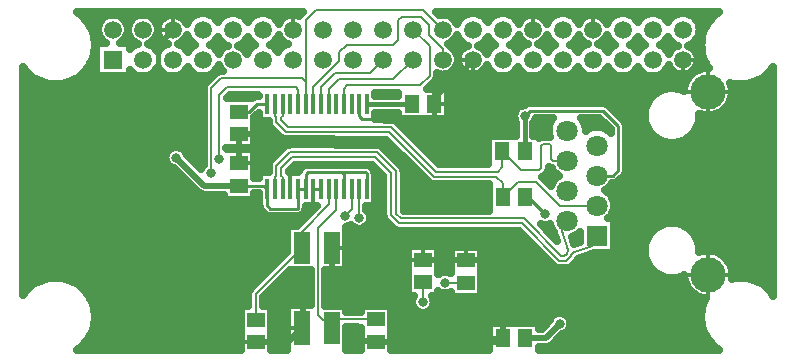
<source format=gtl>
G04 DipTrace 3.0.0.2*
G04 ethernethat.GTL*
%MOMM*%
G04 #@! TF.FileFunction,Copper,L1,Top*
G04 #@! TF.Part,Single*
G04 #@! TA.AperFunction,Conductor*
%ADD10C,0.254*%
%ADD14C,0.508*%
%ADD15C,0.2032*%
%ADD16C,0.381*%
%ADD17C,0.1778*%
G04 #@! TA.AperFunction,CopperBalancing*
%ADD18C,0.635*%
%ADD19C,0.33*%
%ADD20R,1.5X1.3*%
%ADD21R,1.3X1.5*%
G04 #@! TA.AperFunction,ComponentPad*
%ADD22R,1.5X1.5*%
%ADD23C,1.5*%
%ADD24R,1.8X1.8*%
%ADD25C,1.8*%
%ADD26C,3.0*%
%ADD28R,0.4X1.8*%
%ADD32R,1.4X2.7*%
%ADD33R,1.4X2.9*%
G04 #@! TA.AperFunction,ViaPad*
%ADD34C,0.8*%
%FSLAX35Y35*%
G04*
G71*
G90*
G75*
G01*
G04 Top*
%LPD*%
X1606000Y1459667D2*
D10*
X1812313D1*
X1841333Y1430647D1*
X2101333Y1430667D2*
X2166333D1*
X2101333D2*
Y1265667D1*
X1868333D1*
X1840667Y1293333D1*
Y1429980D1*
X1841333Y1430647D1*
X1606000Y1459667D2*
D14*
X1310000D1*
X1072333Y1697333D1*
X2166333Y1430667D2*
D10*
Y1555333D1*
X2184000Y1573000D1*
X2475333D1*
X2492667Y1555667D1*
Y1432000D1*
X2491333Y1430667D1*
X2686333D2*
Y1562000D1*
X2675333Y1573000D1*
X2475333D1*
X2166333Y2150667D2*
D15*
X2170000D1*
Y2866000D1*
X2252667Y2948667D1*
X3161000D1*
X3328333Y2781333D1*
X2166333Y2150667D2*
Y2337667D1*
X2136000Y2368000D1*
X1450333D1*
X1367000Y2284667D1*
Y1570000D1*
X1369333Y1567667D1*
X761333Y1712667D2*
D16*
Y2273000D1*
X917667Y2429333D1*
Y2656667D1*
X1042333Y2781333D1*
X3256667Y2148000D2*
Y2201667D1*
X3582333Y2527333D1*
X2386333Y932667D2*
D14*
Y637000D1*
X2145667D2*
Y266000D1*
X2132333Y252667D1*
X1743333Y134333D2*
X2014000D1*
X2132333Y252667D1*
X2763667Y137000D2*
Y145667D1*
X2592333D1*
X2763667Y137000D2*
X3798667D1*
X3834000Y172333D1*
X3161667Y830000D2*
X3519333D1*
X3523000Y826333D1*
X3756333D1*
X3834333Y748333D1*
Y172667D1*
X3834000Y172333D1*
X2296333Y1430667D2*
D10*
X2231333D1*
X1604667Y1896000D2*
D14*
Y1651000D1*
X1606000Y1649667D1*
X2621333Y2150667D2*
D10*
Y2049333D1*
X2646667Y2024000D1*
X3239333D1*
X3264667Y2049333D1*
Y2140000D1*
X3256667Y2148000D1*
X1604667Y1896000D2*
D14*
X1752000D1*
X1825667Y1822333D1*
X2491333Y2150667D2*
D15*
Y2281667D1*
X2518333Y2308667D1*
X3138667D1*
X3216000Y2386000D1*
Y2639667D1*
X3074333Y2781333D1*
X2621000Y1187667D2*
D17*
Y1430333D1*
X2621333Y1430667D1*
X2556333D2*
Y1258667D1*
X2501667Y1204000D1*
X3066667Y2148000D2*
D16*
X2689000D1*
X2686333Y2150667D1*
X2101333D2*
D15*
Y2274000D1*
X2084000Y2291333D1*
X1502000D1*
X1434667Y2224000D1*
Y1685000D1*
X1604667Y2086000D2*
D10*
X1686333D1*
X1751333Y2151000D1*
X1841000D1*
X1841333Y2150667D1*
X4024000Y172333D2*
D14*
X4198667D1*
X4317000Y290667D1*
X4023333Y2048667D2*
D16*
Y1751667D1*
X4026667Y1361333D2*
D10*
X4048667D1*
X4193667Y1216333D1*
X4634333Y1545697D2*
X4768030D1*
X4813667Y1591333D1*
Y1962333D1*
X4682000Y2094000D1*
X4068667D1*
X4023333Y2048667D1*
X3160000Y474333D2*
D17*
Y638333D1*
X3161667Y640000D1*
X3347333Y639000D2*
X3520333D1*
X3523000Y636333D1*
X2426333Y1430667D2*
Y1258000D1*
X2270000Y1101667D1*
Y369000D1*
X2386333Y252667D1*
X2763667Y327000D2*
X2460667D1*
X2386333Y252667D1*
X2132333Y932667D2*
Y1070333D1*
X2363667Y1301667D1*
Y1428333D1*
X2361333Y1430667D1*
X1743333Y324333D2*
Y543667D1*
X2132333Y932667D1*
X2231333Y2150667D2*
D15*
Y2293000D1*
X2450667Y2512333D1*
Y2590000D1*
X2513333Y2652667D1*
X2910667D1*
X2953000Y2695000D1*
Y2861000D1*
X2981667Y2889667D1*
X3140667D1*
X3209667Y2820667D1*
Y2738333D1*
X3327333Y2620667D1*
Y2528333D1*
X3328333Y2527333D1*
X2296333Y2150667D2*
Y2295667D1*
X2418000Y2417333D1*
X2710333D1*
X2820333Y2527333D1*
X2361333Y2150667D2*
Y2276000D1*
X2445667Y2360333D1*
X2907333D1*
X3074333Y2527333D1*
X3833333Y1751667D2*
Y1615963D1*
X3793777Y1576407D1*
X3779900D1*
X3270927D1*
X2891380Y1955950D1*
X2017433D1*
X1959153Y2014230D1*
Y2038327D1*
X1971333Y2050507D1*
Y2150667D1*
X4380333Y1672697D2*
X4262637D1*
X4247333Y1688000D1*
Y1796667D1*
X4234000Y1810000D1*
X4175000D1*
X4161000Y1796000D1*
Y1608333D1*
X4144333Y1591667D1*
X3993333D1*
X3833333Y1751667D1*
X3836667Y1361333D2*
Y1479000D1*
X3779900Y1535767D1*
X3254093D1*
X2874547Y1915310D1*
X2000600D1*
X1918513Y1997397D1*
Y2038327D1*
X1906333Y2050507D1*
Y2150667D1*
X4634333Y1291697D2*
X4317303D1*
X4117333Y1491667D1*
X3967000D1*
X3836667Y1361333D1*
X1906333Y1430667D2*
Y1530827D1*
X1918513Y1543007D1*
Y1575520D1*
Y1630193D1*
X2032333Y1744000D1*
X2768997D1*
X2931333Y1581667D1*
Y1224143D1*
X2971453Y1184023D1*
X4013573D1*
X4332313Y865280D1*
X4356700D1*
X4376573Y885153D1*
X4389933Y911863D1*
X4335533Y1075117D1*
X4380333Y1164697D1*
X1971333Y1430667D2*
Y1530827D1*
X1959153Y1543007D1*
Y1575520D1*
Y1613357D1*
X2049167Y1703360D1*
X2752163D1*
X2890693Y1564833D1*
Y1207310D1*
X2954620Y1143383D1*
X3996740D1*
X4315480Y824640D1*
X4373533D1*
X4409973Y861080D1*
X4426280Y893683D1*
X4589533Y948087D1*
X4634333Y1037667D1*
D34*
X1072333Y1697333D3*
X1369333Y1567667D3*
X761333Y1712667D3*
X2386333Y637000D3*
X2145667D3*
X2592333Y145667D3*
X2386333Y637000D3*
X1825667Y1822333D3*
X2621000Y1187667D3*
X2501667Y1204000D3*
X1434667Y1685000D3*
X4317000Y290667D3*
D3*
X4023333Y2048667D3*
X4193667Y1216333D3*
X4023333Y2048667D3*
X3160000Y474333D3*
X3347333Y639000D3*
X308487Y2865083D2*
D18*
X432460D1*
X636280D2*
X686460D1*
X890280D2*
X940460D1*
X1144280D2*
X1174963D1*
X1925753D2*
X1956460D1*
X3430280D2*
X3460963D1*
X3957753D2*
X3988460D1*
X4192280D2*
X4222963D1*
X4465753D2*
X4496460D1*
X4700280D2*
X4730963D1*
X5481753D2*
X5591213D1*
X351027Y2801917D2*
X402570D1*
X5507423D2*
X5548673D1*
X375830Y2738750D2*
X408277D1*
X5502463D2*
X5523917D1*
X387117Y2675583D2*
X457513D1*
X611103D2*
X711513D1*
X865103D2*
X965513D1*
X1119103D2*
X1194833D1*
X1397907D2*
X1448833D1*
X1651907D2*
X1702833D1*
X1905907D2*
X1981513D1*
X3405103D2*
X3480833D1*
X3683907D2*
X3734833D1*
X3937907D2*
X4013513D1*
X4167103D2*
X4242833D1*
X4445907D2*
X4521513D1*
X4675103D2*
X4750833D1*
X4953907D2*
X5004833D1*
X5207907D2*
X5258833D1*
X5461907D2*
X5512583D1*
X1416760Y2612417D2*
X1449577D1*
X1651040D2*
X1683980D1*
X3429040D2*
X3481577D1*
X3683040D2*
X3715980D1*
X5226760D2*
X5259577D1*
X5461040D2*
X5513577D1*
X5491797Y2549250D2*
X5526970D1*
X345197Y2486083D2*
X385703D1*
X5486837D2*
X5554503D1*
X-221837Y2422917D2*
X-199720D1*
X298937D2*
X385703D1*
X891397D2*
X939310D1*
X1145397D2*
X1193310D1*
X3407087D2*
X3503530D1*
X3661087D2*
X3733343D1*
X3939397D2*
X3987310D1*
X4193397D2*
X4241310D1*
X4447397D2*
X4495310D1*
X4701397D2*
X4749310D1*
X4955397D2*
X5003310D1*
X5209397D2*
X5281530D1*
X6099263D2*
X6121947D1*
X-221837Y2359750D2*
X-119197D1*
X218570D2*
X1347753D1*
X3278723D2*
X5394143D1*
X6018897D2*
X6121910D1*
X-221837Y2296583D2*
X1299633D1*
X3220930D2*
X5369957D1*
X5778787D2*
X6121910D1*
X-221837Y2233417D2*
X1298393D1*
X2764770D2*
X2943190D1*
X3380050D2*
X5116207D1*
X5781393D2*
X6121910D1*
X-221837Y2170250D2*
X1298393D1*
X3380050D2*
X5062253D1*
X5763287D2*
X6121910D1*
X-221837Y2107083D2*
X1298393D1*
X3380050D2*
X3945797D1*
X4766757D2*
X5037077D1*
X5716527D2*
X6121910D1*
X-221837Y2043917D2*
X1298393D1*
X1742197D2*
X1762897D1*
X2764770D2*
X2943190D1*
X3380050D2*
X3925083D1*
X4830010D2*
X5031127D1*
X5507550D2*
X6121910D1*
X-221837Y1980750D2*
X1298393D1*
X1738103D2*
X1849553D1*
X2964447D2*
X3945920D1*
X4100750D2*
X4226337D1*
X4534337D2*
X4697377D1*
X4882100D2*
X5042660D1*
X5496013D2*
X6121910D1*
X-221837Y1917583D2*
X1298393D1*
X1738103D2*
X1900400D1*
X3027700D2*
X3945920D1*
X4100750D2*
X4216910D1*
X4884703D2*
X5075030D1*
X5463643D2*
X6121910D1*
X-221837Y1854417D2*
X1298393D1*
X1738103D2*
X1972337D1*
X3090827D2*
X3707423D1*
X4884703D2*
X5143987D1*
X5394687D2*
X6121910D1*
X-221837Y1791250D2*
X1298393D1*
X1738103D2*
X1981760D1*
X2819590D2*
X2900650D1*
X3153957D2*
X3707423D1*
X4884703D2*
X6121910D1*
X-221837Y1728083D2*
X979157D1*
X1165487D2*
X1298393D1*
X1739470D2*
X1918510D1*
X2882840D2*
X2963903D1*
X3217207D2*
X3707423D1*
X4884703D2*
X6121910D1*
X-221837Y1664917D2*
X979777D1*
X1220553D2*
X1298393D1*
X1739470D2*
X1857490D1*
X2945970D2*
X3027030D1*
X3280337D2*
X3707423D1*
X4884703D2*
X6121910D1*
X-221837Y1601750D2*
X1052080D1*
X1739470D2*
X1847443D1*
X2045433D2*
X2114837D1*
X2999173D2*
X3090157D1*
X4884703D2*
X6121910D1*
X-221837Y1538583D2*
X1115210D1*
X1739470D2*
X1762840D1*
X2764770D2*
X2819043D1*
X3002400D2*
X3153410D1*
X4187690D2*
X4297773D1*
X4858783D2*
X6121910D1*
X-221837Y1475417D2*
X1178337D1*
X2764770D2*
X2819663D1*
X3002400D2*
X3224350D1*
X4764153D2*
X6121910D1*
X-221837Y1412250D2*
X1241590D1*
X2764770D2*
X2819663D1*
X3002400D2*
X3710647D1*
X4720497D2*
X6121910D1*
X-221837Y1349083D2*
X1472520D1*
X1739470D2*
X1762840D1*
X2764770D2*
X2819663D1*
X3002400D2*
X3710647D1*
X4773453D2*
X6121910D1*
X-221837Y1285917D2*
X1770053D1*
X2172433D2*
X2255357D1*
X2688247D2*
X2819663D1*
X3002400D2*
X3710647D1*
X4785237D2*
X6121910D1*
X-221837Y1222750D2*
X1813337D1*
X2156187D2*
X2192230D1*
X2712433D2*
X2819663D1*
X4767750D2*
X6121910D1*
X-221837Y1159583D2*
X2129100D1*
X2715037D2*
X2840500D1*
X4785237D2*
X6121910D1*
X-221837Y1096417D2*
X2003960D1*
X2514740D2*
X2602373D1*
X2639680D2*
X2903750D1*
X4199100D2*
X4246553D1*
X4785237D2*
X5123893D1*
X5414780D2*
X6121910D1*
X-221837Y1033250D2*
X2003960D1*
X2514740D2*
X4008923D1*
X4447023D2*
X4483470D1*
X4785237D2*
X5065977D1*
X5472697D2*
X6121910D1*
X-221837Y970083D2*
X2003960D1*
X2514740D2*
X4072177D1*
X4785237D2*
X5038690D1*
X5499983D2*
X6121910D1*
X-221837Y906917D2*
X2003960D1*
X2514740D2*
X3028270D1*
X3295093D2*
X3389550D1*
X3656373D2*
X4135303D1*
X4785237D2*
X5030877D1*
X5507797D2*
X5534273D1*
X5614333D2*
X6121910D1*
X-221837Y843750D2*
X1950880D1*
X2514740D2*
X3028270D1*
X3295093D2*
X3389550D1*
X3656373D2*
X4198433D1*
X4487580D2*
X5040800D1*
X5730047D2*
X6121910D1*
X-221837Y780583D2*
X1887750D1*
X2514740D2*
X3028270D1*
X3295093D2*
X3389550D1*
X3656373D2*
X4261683D1*
X4427430D2*
X5070813D1*
X5769113D2*
X6121910D1*
X-221837Y717417D2*
X1824623D1*
X2009593D2*
X2202770D1*
X2337260D2*
X3028270D1*
X3656373D2*
X5134437D1*
X5782510D2*
X6121910D1*
X-221837Y654250D2*
X-87447D1*
X186820D2*
X1761370D1*
X1946463D2*
X2202770D1*
X2337260D2*
X3028270D1*
X3656373D2*
X5373057D1*
X5986030D2*
X6121910D1*
X-221837Y591083D2*
X-184110D1*
X283310D2*
X1698243D1*
X1883213D2*
X2202770D1*
X2337260D2*
X3028270D1*
X3656373D2*
X5402947D1*
X6083017D2*
X6121910D1*
X335770Y527917D2*
X1676043D1*
X1820083D2*
X2202770D1*
X2337260D2*
X3028270D1*
X3295093D2*
X3389550D1*
X3656373D2*
X5475627D1*
X367273Y464750D2*
X1676043D1*
X1810657D2*
X2202770D1*
X2337260D2*
X3062130D1*
X3257887D2*
X5532180D1*
X383893Y401583D2*
X1609940D1*
X1876763D2*
X2003960D1*
X2514740D2*
X2630280D1*
X2897103D2*
X3097227D1*
X3222790D2*
X5515437D1*
X387987Y338417D2*
X1609940D1*
X1876763D2*
X2003960D1*
X2897103D2*
X4231917D1*
X4402127D2*
X5511343D1*
X379800Y275250D2*
X1609940D1*
X1876763D2*
X2003960D1*
X2897103D2*
X3710523D1*
X4147383D2*
X4185780D1*
X4414157D2*
X5519407D1*
X358593Y212083D2*
X1609940D1*
X1876763D2*
X2003960D1*
X2514740D2*
X2630280D1*
X2897103D2*
X3710523D1*
X4371370D2*
X5540613D1*
X321013Y148917D2*
X1609940D1*
X1876763D2*
X2003960D1*
X2514740D2*
X2630280D1*
X2897103D2*
X3710523D1*
X4291127D2*
X5578070D1*
X258503Y85750D2*
X1609940D1*
X1876763D2*
X2003960D1*
X2514740D2*
X2630280D1*
X2897103D2*
X3710523D1*
X4147383D2*
X5640453D1*
X2758403Y2246477D2*
Y2219190D1*
X2949573Y2219120D1*
X2949597Y2246527D1*
X2758287Y2246437D1*
X2758403Y2076813D2*
Y2020723D1*
X2901513Y2019923D1*
X2916167Y2015790D1*
X2929450Y2008350D1*
X2937180Y2001750D1*
X3297743Y1641190D1*
X3713813Y1641177D1*
X3713723Y1881277D1*
X3952213D1*
Y1990163D1*
X3941300Y2006867D1*
X3935770Y2020217D1*
X3932397Y2034263D1*
X3931263Y2048667D1*
X3932397Y2063070D1*
X3935770Y2077117D1*
X3941300Y2090467D1*
X3948847Y2102783D1*
X3958230Y2113770D1*
X3969217Y2123153D1*
X3981533Y2130700D1*
X3994883Y2136230D1*
X4008930Y2139603D1*
X4023870Y2140717D1*
X4034823Y2149227D1*
X4048650Y2155600D1*
X4063583Y2158570D1*
X4682000Y2158770D1*
X4697120Y2156980D1*
X4711407Y2151710D1*
X4724063Y2143250D1*
X4862917Y2004397D1*
X4871377Y1991740D1*
X4876647Y1977453D1*
X4878403Y1961480D1*
X4878237Y1586250D1*
X4875267Y1571317D1*
X4868893Y1557490D1*
X4858840Y1544953D1*
X4806100Y1493297D1*
X4792817Y1485857D1*
X4778163Y1481723D1*
X4760713Y1480927D1*
X4749270Y1462190D1*
X4734793Y1445237D1*
X4717840Y1430760D1*
X4700693Y1420153D1*
X4719333Y1408690D1*
X4736587Y1393950D1*
X4751327Y1376697D1*
X4763183Y1357347D1*
X4771867Y1336383D1*
X4777163Y1314320D1*
X4778943Y1291697D1*
X4777163Y1269073D1*
X4771867Y1247010D1*
X4763183Y1226047D1*
X4751327Y1206697D1*
X4736587Y1189443D1*
X4728803Y1182247D1*
X4778943Y1182277D1*
Y893057D1*
X4623543D1*
X4610007Y886637D1*
X4472227Y840723D1*
X4462657Y823400D1*
X4455773Y815280D1*
X4411603Y772240D1*
X4398320Y764800D1*
X4383667Y760667D1*
X4373533Y759870D1*
X4305347Y760667D1*
X4290693Y764800D1*
X4277410Y772240D1*
X4269680Y778840D1*
X3969843Y1078680D1*
X2949537Y1078813D1*
X2934603Y1081783D1*
X2920777Y1088157D1*
X2908240Y1098210D1*
X2841443Y1165247D1*
X2832983Y1177903D1*
X2827713Y1192190D1*
X2825957Y1208163D1*
X2825923Y1538080D1*
X2725360Y1638563D1*
X2075863Y1638590D1*
X2023837Y1586440D1*
X2023913Y1575260D1*
X2045943Y1575277D1*
Y1572670D1*
X2103980Y1572737D1*
X2108623Y1584737D1*
X2117083Y1597397D1*
X2141937Y1622250D1*
X2154597Y1630710D1*
X2168880Y1635980D1*
X2184853Y1637737D1*
X2680417Y1637570D1*
X2695350Y1634600D1*
X2709177Y1628227D1*
X2721713Y1618173D1*
X2738733Y1600070D1*
X2746173Y1586787D1*
X2749527Y1576050D1*
X2758403Y1572737D1*
Y1288597D1*
X2681870D1*
X2681960Y1256577D1*
X2695487Y1241783D1*
X2703033Y1229467D1*
X2708563Y1216117D1*
X2711937Y1202070D1*
X2713070Y1187667D1*
X2711937Y1173263D1*
X2708563Y1159217D1*
X2703033Y1145867D1*
X2695487Y1133550D1*
X2686103Y1122563D1*
X2675117Y1113180D1*
X2662800Y1105633D1*
X2649450Y1100103D1*
X2635403Y1096730D1*
X2621000Y1095597D1*
X2606597Y1096730D1*
X2592550Y1100103D1*
X2579200Y1105633D1*
X2566883Y1113180D1*
X2551930Y1126857D1*
X2536900Y1118940D1*
X2523160Y1114473D1*
X2508410Y1112193D1*
X2508403Y745597D1*
X2330927D1*
X2330960Y439753D1*
X2508403Y439737D1*
Y388020D1*
X2636657Y387960D1*
X2636597Y444070D1*
X2890737D1*
Y71730D1*
X3716997Y71750D1*
X3716930Y299403D1*
X4141070D1*
Y249670D1*
X4166503Y249803D1*
X4227113Y310337D1*
X4231940Y325900D1*
X4238497Y338773D1*
X4246990Y350460D1*
X4257207Y360677D1*
X4268893Y369170D1*
X4281767Y375727D1*
X4295507Y380193D1*
X4309777Y382453D1*
X4324223D1*
X4338493Y380193D1*
X4352233Y375727D1*
X4365107Y369170D1*
X4376793Y360677D1*
X4387010Y350460D1*
X4395503Y338773D1*
X4402060Y325900D1*
X4406527Y312160D1*
X4408787Y297890D1*
Y283443D1*
X4406527Y269173D1*
X4402060Y255433D1*
X4395503Y242560D1*
X4387010Y230873D1*
X4376793Y220657D1*
X4365107Y212163D1*
X4352233Y205607D1*
X4336637Y200770D1*
X4248980Y113423D1*
X4233837Y103307D1*
X4216753Y97003D1*
X4198667Y94863D1*
X4197837Y94897D1*
X4140997Y94863D1*
X4141070Y71820D1*
X5666397Y71750D1*
X5633997Y96150D1*
X5614847Y113847D1*
X5597150Y132997D1*
X5581007Y153473D1*
X5566520Y175153D1*
X5553777Y197903D1*
X5542863Y221583D1*
X5533837Y246047D1*
X5526760Y271143D1*
X5521673Y296717D1*
X5518607Y322613D1*
X5517583Y348667D1*
X5518607Y374720D1*
X5521673Y400617D1*
X5526760Y426190D1*
X5533837Y451287D1*
X5542863Y475750D1*
X5557610Y506273D1*
X5530153Y510487D1*
X5505783Y517580D1*
X5482493Y527673D1*
X5460650Y540607D1*
X5440603Y556177D1*
X5422667Y574140D1*
X5407123Y594207D1*
X5394220Y616063D1*
X5384157Y639367D1*
X5377093Y663750D1*
X5373143Y688823D1*
X5372340Y702710D1*
X5341050Y689943D1*
X5305640Y681440D1*
X5269333Y678583D1*
X5233027Y681440D1*
X5197617Y689943D1*
X5163970Y703880D1*
X5132917Y722907D1*
X5105227Y746560D1*
X5081573Y774250D1*
X5062547Y805303D1*
X5048610Y838950D1*
X5040107Y874360D1*
X5037250Y910667D1*
X5040107Y946973D1*
X5048610Y982383D1*
X5062547Y1016030D1*
X5081573Y1047083D1*
X5105227Y1074773D1*
X5132917Y1098427D1*
X5163970Y1117453D1*
X5197617Y1131390D1*
X5233027Y1139893D1*
X5269333Y1142750D1*
X5305640Y1139893D1*
X5341050Y1131390D1*
X5374697Y1117453D1*
X5405750Y1098427D1*
X5433440Y1074773D1*
X5457093Y1047083D1*
X5476120Y1016030D1*
X5490057Y982383D1*
X5498560Y946973D1*
X5501417Y910667D1*
X5500837Y895943D1*
X5524327Y903450D1*
X5549267Y908177D1*
X5574600Y909737D1*
X5599933Y908110D1*
X5624860Y903317D1*
X5648990Y895440D1*
X5671940Y884600D1*
X5693353Y870967D1*
X5712887Y854757D1*
X5730233Y836227D1*
X5745120Y815667D1*
X5757313Y793403D1*
X5766617Y769787D1*
X5772890Y745190D1*
X5776027Y720003D1*
X5776003Y694977D1*
X5773177Y671820D1*
X5797717Y676660D1*
X5823613Y679727D1*
X5849667Y680750D1*
X5875720Y679727D1*
X5901617Y676660D1*
X5927190Y671573D1*
X5952287Y664497D1*
X5976750Y655470D1*
X6000430Y644557D1*
X6023180Y631813D1*
X6044860Y617327D1*
X6065337Y601183D1*
X6084487Y583487D1*
X6102183Y564337D1*
X6118327Y543860D1*
X6128230Y529040D1*
X6128250Y2468193D1*
X6102517Y2433663D1*
X6084820Y2414513D1*
X6065670Y2396817D1*
X6045193Y2380673D1*
X6023513Y2366187D1*
X6000763Y2353443D1*
X5977083Y2342530D1*
X5952620Y2333503D1*
X5927523Y2326427D1*
X5901950Y2321340D1*
X5876053Y2318273D1*
X5850000Y2317250D1*
X5823947Y2318273D1*
X5798050Y2321340D1*
X5762967Y2329107D1*
X5770140Y2306587D1*
X5774853Y2281647D1*
X5776403Y2256667D1*
X5774810Y2231333D1*
X5770050Y2206400D1*
X5762207Y2182260D1*
X5751393Y2159293D1*
X5737790Y2137863D1*
X5721607Y2118310D1*
X5703100Y2100937D1*
X5682560Y2086023D1*
X5660313Y2073800D1*
X5636710Y2064463D1*
X5612120Y2058160D1*
X5586937Y2054990D1*
X5561553Y2055000D1*
X5536370Y2058193D1*
X5511790Y2064520D1*
X5500933Y2068413D1*
X5500700Y2035457D1*
X5495003Y1999487D1*
X5483750Y1964853D1*
X5467217Y1932403D1*
X5445810Y1902940D1*
X5420060Y1877190D1*
X5390597Y1855783D1*
X5358147Y1839250D1*
X5323513Y1827997D1*
X5287543Y1822300D1*
X5251123D1*
X5215153Y1827997D1*
X5180520Y1839250D1*
X5148070Y1855783D1*
X5118607Y1877190D1*
X5092857Y1902940D1*
X5071450Y1932403D1*
X5054917Y1964853D1*
X5043663Y1999487D1*
X5037967Y2035457D1*
Y2071877D1*
X5043663Y2107847D1*
X5054917Y2142480D1*
X5071450Y2174930D1*
X5092857Y2204393D1*
X5118607Y2230143D1*
X5148070Y2251550D1*
X5180520Y2268083D1*
X5215153Y2279337D1*
X5251123Y2285033D1*
X5287543D1*
X5323513Y2279337D1*
X5358147Y2268083D1*
X5372307Y2261557D1*
X5374780Y2288463D1*
X5380340Y2313230D1*
X5388963Y2337103D1*
X5400510Y2359707D1*
X5414800Y2380687D1*
X5431607Y2399710D1*
X5450667Y2416473D1*
X5471677Y2430717D1*
X5494307Y2442213D1*
X5518200Y2450783D1*
X5542977Y2456290D1*
X5568253Y2458647D1*
X5578097Y2458677D1*
X5566853Y2475820D1*
X5554110Y2498570D1*
X5543197Y2522250D1*
X5534170Y2546713D1*
X5527093Y2571810D1*
X5522007Y2597383D1*
X5518940Y2623280D1*
X5517917Y2649333D1*
X5518940Y2675387D1*
X5522007Y2701283D1*
X5527093Y2726857D1*
X5534170Y2751953D1*
X5543197Y2776417D1*
X5554110Y2800097D1*
X5566853Y2822847D1*
X5581340Y2844527D1*
X5597483Y2865003D1*
X5615180Y2884153D1*
X5634330Y2901850D1*
X5654807Y2917993D1*
X5670137Y2928237D1*
X3269450Y2928247D1*
X3294017Y2903657D1*
X3308457Y2906840D1*
X3328333Y2908403D1*
X3348210Y2906840D1*
X3367600Y2902183D1*
X3386023Y2894553D1*
X3403023Y2884137D1*
X3418187Y2871187D1*
X3431137Y2856023D1*
X3441553Y2839023D1*
X3447227Y2825903D1*
X3455553Y2845930D1*
X3467217Y2864970D1*
X3481720Y2881947D1*
X3498697Y2896450D1*
X3517737Y2908113D1*
X3538363Y2916660D1*
X3560073Y2921870D1*
X3582333Y2923623D1*
X3604593Y2921870D1*
X3626303Y2916660D1*
X3646930Y2908113D1*
X3665970Y2896450D1*
X3682947Y2881947D1*
X3697450Y2864970D1*
X3709317Y2845497D1*
X3721217Y2864970D1*
X3735720Y2881947D1*
X3752697Y2896450D1*
X3771737Y2908113D1*
X3792363Y2916660D1*
X3814073Y2921870D1*
X3836333Y2923623D1*
X3858593Y2921870D1*
X3880303Y2916660D1*
X3900930Y2908113D1*
X3919970Y2896450D1*
X3936947Y2881947D1*
X3951450Y2864970D1*
X3963113Y2845930D1*
X3971403Y2826000D1*
X3979210Y2842967D1*
X3989663Y2858870D1*
X4002373Y2873037D1*
X4017057Y2885147D1*
X4033383Y2894927D1*
X4050987Y2902160D1*
X4069473Y2906680D1*
X4088430Y2908390D1*
X4107427Y2907247D1*
X4126043Y2903283D1*
X4143857Y2896580D1*
X4160470Y2887293D1*
X4175507Y2875630D1*
X4188637Y2861853D1*
X4199560Y2846267D1*
X4209253Y2826000D1*
X4217553Y2845930D1*
X4229217Y2864970D1*
X4243720Y2881947D1*
X4260697Y2896450D1*
X4279737Y2908113D1*
X4300363Y2916660D1*
X4322073Y2921870D1*
X4344333Y2923623D1*
X4366593Y2921870D1*
X4388303Y2916660D1*
X4408930Y2908113D1*
X4427970Y2896450D1*
X4444947Y2881947D1*
X4459450Y2864970D1*
X4471113Y2845930D1*
X4479403Y2826000D1*
X4487210Y2842967D1*
X4497663Y2858870D1*
X4510373Y2873037D1*
X4525057Y2885147D1*
X4541383Y2894927D1*
X4558987Y2902160D1*
X4577473Y2906680D1*
X4596430Y2908390D1*
X4615427Y2907247D1*
X4634043Y2903283D1*
X4651857Y2896580D1*
X4668470Y2887293D1*
X4683507Y2875630D1*
X4696637Y2861853D1*
X4707560Y2846267D1*
X4717253Y2826000D1*
X4725553Y2845930D1*
X4737217Y2864970D1*
X4751720Y2881947D1*
X4768697Y2896450D1*
X4787737Y2908113D1*
X4808363Y2916660D1*
X4830073Y2921870D1*
X4852333Y2923623D1*
X4874593Y2921870D1*
X4896303Y2916660D1*
X4916930Y2908113D1*
X4935970Y2896450D1*
X4952947Y2881947D1*
X4967450Y2864970D1*
X4979317Y2845497D1*
X4991217Y2864970D1*
X5005720Y2881947D1*
X5022697Y2896450D1*
X5041737Y2908113D1*
X5062363Y2916660D1*
X5084073Y2921870D1*
X5106333Y2923623D1*
X5128593Y2921870D1*
X5150303Y2916660D1*
X5170930Y2908113D1*
X5189970Y2896450D1*
X5206947Y2881947D1*
X5221450Y2864970D1*
X5233317Y2845497D1*
X5245217Y2864970D1*
X5259720Y2881947D1*
X5276697Y2896450D1*
X5295737Y2908113D1*
X5316363Y2916660D1*
X5338073Y2921870D1*
X5360333Y2923623D1*
X5382593Y2921870D1*
X5404303Y2916660D1*
X5424930Y2908113D1*
X5443970Y2896450D1*
X5460947Y2881947D1*
X5475450Y2864970D1*
X5487113Y2845930D1*
X5495660Y2825303D1*
X5500870Y2803593D1*
X5502623Y2781333D1*
X5500870Y2759073D1*
X5495660Y2737363D1*
X5487113Y2716737D1*
X5475450Y2697697D1*
X5460947Y2680720D1*
X5443970Y2666217D1*
X5424930Y2654553D1*
X5405000Y2646263D1*
X5425087Y2636667D1*
X5440690Y2625767D1*
X5454493Y2612663D1*
X5466180Y2597640D1*
X5475493Y2581043D1*
X5482223Y2563243D1*
X5486220Y2544633D1*
X5487403Y2527333D1*
X5485977Y2508353D1*
X5481733Y2489800D1*
X5474767Y2472090D1*
X5465233Y2455620D1*
X5453343Y2440757D1*
X5439370Y2427837D1*
X5423623Y2417147D1*
X5406457Y2408930D1*
X5388253Y2403370D1*
X5369427Y2400590D1*
X5350393Y2400653D1*
X5331587Y2403557D1*
X5313420Y2409240D1*
X5296310Y2417570D1*
X5280633Y2428363D1*
X5266747Y2441380D1*
X5254957Y2456320D1*
X5245533Y2472857D1*
X5241430Y2482613D1*
X5233113Y2462737D1*
X5221450Y2443697D1*
X5206947Y2426720D1*
X5189970Y2412217D1*
X5170930Y2400553D1*
X5150303Y2392007D1*
X5128593Y2386797D1*
X5106333Y2385043D1*
X5084073Y2386797D1*
X5062363Y2392007D1*
X5041737Y2400553D1*
X5022697Y2412217D1*
X5005720Y2426720D1*
X4991217Y2443697D1*
X4979350Y2463170D1*
X4967450Y2443697D1*
X4952947Y2426720D1*
X4935970Y2412217D1*
X4916930Y2400553D1*
X4896303Y2392007D1*
X4874593Y2386797D1*
X4852333Y2385043D1*
X4830073Y2386797D1*
X4808363Y2392007D1*
X4787737Y2400553D1*
X4768697Y2412217D1*
X4751720Y2426720D1*
X4737217Y2443697D1*
X4725350Y2463170D1*
X4713450Y2443697D1*
X4698947Y2426720D1*
X4681970Y2412217D1*
X4662930Y2400553D1*
X4642303Y2392007D1*
X4620593Y2386797D1*
X4598333Y2385043D1*
X4576073Y2386797D1*
X4554363Y2392007D1*
X4533737Y2400553D1*
X4514697Y2412217D1*
X4497720Y2426720D1*
X4483217Y2443697D1*
X4471350Y2463170D1*
X4459450Y2443697D1*
X4444947Y2426720D1*
X4427970Y2412217D1*
X4408930Y2400553D1*
X4388303Y2392007D1*
X4366593Y2386797D1*
X4344333Y2385043D1*
X4322073Y2386797D1*
X4300363Y2392007D1*
X4279737Y2400553D1*
X4260697Y2412217D1*
X4243720Y2426720D1*
X4229217Y2443697D1*
X4217350Y2463170D1*
X4205450Y2443697D1*
X4190947Y2426720D1*
X4173970Y2412217D1*
X4154930Y2400553D1*
X4134303Y2392007D1*
X4112593Y2386797D1*
X4090333Y2385043D1*
X4068073Y2386797D1*
X4046363Y2392007D1*
X4025737Y2400553D1*
X4006697Y2412217D1*
X3989720Y2426720D1*
X3975217Y2443697D1*
X3963350Y2463170D1*
X3951450Y2443697D1*
X3936947Y2426720D1*
X3919970Y2412217D1*
X3900930Y2400553D1*
X3880303Y2392007D1*
X3858593Y2386797D1*
X3836333Y2385043D1*
X3814073Y2386797D1*
X3792363Y2392007D1*
X3771737Y2400553D1*
X3752697Y2412217D1*
X3735720Y2426720D1*
X3721217Y2443697D1*
X3709553Y2462737D1*
X3701263Y2482667D1*
X3693863Y2466443D1*
X3683520Y2450470D1*
X3670903Y2436217D1*
X3656303Y2424010D1*
X3640040Y2414123D1*
X3622483Y2406773D1*
X3604027Y2402130D1*
X3585083Y2400293D1*
X3566080Y2401307D1*
X3547440Y2405150D1*
X3529580Y2411730D1*
X3512907Y2420907D1*
X3497790Y2432470D1*
X3484570Y2446160D1*
X3473543Y2461673D1*
X3464957Y2478657D1*
X3459003Y2496733D1*
X3455817Y2515497D1*
X3455350Y2523643D1*
X3453840Y2507457D1*
X3449183Y2488067D1*
X3441553Y2469643D1*
X3431137Y2452643D1*
X3418187Y2437480D1*
X3403023Y2424530D1*
X3386023Y2414113D1*
X3367600Y2406483D1*
X3348210Y2401827D1*
X3328333Y2400263D1*
X3308457Y2401827D1*
X3289067Y2406483D1*
X3278183Y2410637D1*
X3277463Y2376267D1*
X3273493Y2362187D1*
X3266347Y2349423D1*
X3237553Y2319547D1*
X3193090Y2275083D1*
X3373737Y2275070D1*
Y2020930D1*
X2949597D1*
Y2076863D1*
X2758470Y2076880D1*
X1853857Y2006057D2*
X1831723D1*
Y2008660D1*
X1769263Y2008597D1*
Y2077430D1*
X1731740Y2039837D1*
X1731737Y1778930D1*
X1496860D1*
X1497980Y1766737D1*
X1733070D1*
Y1524523D1*
X1769340Y1524437D1*
X1769263Y1572717D1*
X1831647D1*
X1831723Y1575277D1*
X1853743Y1575520D1*
X1854540Y1640323D1*
X1858673Y1654977D1*
X1866113Y1668263D1*
X1872717Y1675993D1*
X1994267Y1796403D1*
X2007550Y1803840D1*
X2022207Y1807973D1*
X2032333Y1808770D1*
X2779127Y1807973D1*
X2793783Y1803840D1*
X2807067Y1796400D1*
X2814793Y1789800D1*
X2983733Y1619740D1*
X2991173Y1606453D1*
X2995307Y1591800D1*
X2996103Y1581667D1*
Y1250897D1*
X3003203Y1248793D1*
X3716960D1*
X3717057Y1470963D1*
X3249010Y1471197D1*
X3234077Y1474167D1*
X3220250Y1480540D1*
X3207713Y1490593D1*
X2847733Y1850527D1*
X1995517Y1850740D1*
X1980583Y1853710D1*
X1966757Y1860083D1*
X1954220Y1870137D1*
X1869260Y1955330D1*
X1860803Y1967990D1*
X1855533Y1982277D1*
X1853777Y1998250D1*
X1853743Y2006030D1*
X1776160Y1288577D2*
X1769263D1*
Y1394863D1*
X1733063Y1394897D1*
X1733070Y1342597D1*
X1478930D1*
Y1382160D1*
X1303923Y1382437D1*
X1286060Y1385987D1*
X1269523Y1393613D1*
X1255220Y1404887D1*
X1254657Y1405497D1*
X1052727Y1607380D1*
X1037100Y1612273D1*
X1024227Y1618830D1*
X1012540Y1627323D1*
X1002323Y1637540D1*
X993830Y1649227D1*
X987273Y1662100D1*
X982807Y1675840D1*
X980547Y1690110D1*
Y1704557D1*
X982807Y1718827D1*
X987273Y1732567D1*
X993830Y1745440D1*
X1002323Y1757127D1*
X1012540Y1767343D1*
X1024227Y1775837D1*
X1037100Y1782393D1*
X1050840Y1786860D1*
X1065110Y1789120D1*
X1079557D1*
X1093827Y1786860D1*
X1107567Y1782393D1*
X1120440Y1775837D1*
X1132127Y1767343D1*
X1142343Y1757127D1*
X1150837Y1745440D1*
X1157393Y1732567D1*
X1162230Y1716970D1*
X1282073Y1597150D1*
X1290830Y1615773D1*
X1299323Y1627460D1*
X1304770Y1633500D1*
X1305537Y2294400D1*
X1309507Y2308480D1*
X1316653Y2321243D1*
X1322997Y2328670D1*
X1413757Y2418347D1*
X1426520Y2425493D1*
X1440600Y2429463D1*
X1450333Y2430230D1*
X1468317D1*
X1452570Y2446160D1*
X1441543Y2461673D1*
X1432957Y2478657D1*
X1431430Y2482613D1*
X1423113Y2462737D1*
X1411450Y2443697D1*
X1396947Y2426720D1*
X1379970Y2412217D1*
X1360930Y2400553D1*
X1340303Y2392007D1*
X1318593Y2386797D1*
X1296333Y2385043D1*
X1274073Y2386797D1*
X1252363Y2392007D1*
X1231737Y2400553D1*
X1212697Y2412217D1*
X1195720Y2426720D1*
X1181217Y2443697D1*
X1169350Y2463170D1*
X1157450Y2443697D1*
X1142947Y2426720D1*
X1125970Y2412217D1*
X1106930Y2400553D1*
X1086303Y2392007D1*
X1064593Y2386797D1*
X1042333Y2385043D1*
X1020073Y2386797D1*
X998363Y2392007D1*
X977737Y2400553D1*
X958697Y2412217D1*
X941720Y2426720D1*
X927217Y2443697D1*
X915350Y2463170D1*
X903450Y2443697D1*
X888947Y2426720D1*
X871970Y2412217D1*
X852930Y2400553D1*
X832303Y2392007D1*
X810593Y2386797D1*
X788333Y2385043D1*
X766073Y2386797D1*
X744363Y2392007D1*
X723737Y2400553D1*
X704697Y2412217D1*
X687720Y2426720D1*
X676650Y2439343D1*
X676623Y2385043D1*
X392043D1*
Y2669623D1*
X473777D1*
X459643Y2678530D1*
X444480Y2691480D1*
X431530Y2706643D1*
X421113Y2723643D1*
X413483Y2742067D1*
X408827Y2761457D1*
X407263Y2781333D1*
X408827Y2801210D1*
X413483Y2820600D1*
X421113Y2839023D1*
X431530Y2856023D1*
X444480Y2871187D1*
X459643Y2884137D1*
X476643Y2894553D1*
X495067Y2902183D1*
X514457Y2906840D1*
X534333Y2908403D1*
X554210Y2906840D1*
X573600Y2902183D1*
X592023Y2894553D1*
X609023Y2884137D1*
X624187Y2871187D1*
X637137Y2856023D1*
X647553Y2839023D1*
X655183Y2820600D1*
X659840Y2801210D1*
X661293Y2784100D1*
X662827Y2801210D1*
X667483Y2820600D1*
X675113Y2839023D1*
X685530Y2856023D1*
X698480Y2871187D1*
X713643Y2884137D1*
X730643Y2894553D1*
X749067Y2902183D1*
X768457Y2906840D1*
X788333Y2908403D1*
X808210Y2906840D1*
X827600Y2902183D1*
X846023Y2894553D1*
X863023Y2884137D1*
X878187Y2871187D1*
X891137Y2856023D1*
X901553Y2839023D1*
X909183Y2820600D1*
X913840Y2801210D1*
X915293Y2784100D1*
X916817Y2801150D1*
X921187Y2819673D1*
X928270Y2837337D1*
X937917Y2853747D1*
X949900Y2868530D1*
X963960Y2881357D1*
X979780Y2891940D1*
X997000Y2900043D1*
X1015240Y2905480D1*
X1034087Y2908137D1*
X1053117Y2907943D1*
X1071907Y2904913D1*
X1090033Y2899110D1*
X1107087Y2890667D1*
X1122690Y2879767D1*
X1136493Y2866663D1*
X1148180Y2851640D1*
X1157493Y2835043D1*
X1161253Y2826000D1*
X1169553Y2845930D1*
X1181217Y2864970D1*
X1195720Y2881947D1*
X1212697Y2896450D1*
X1231737Y2908113D1*
X1252363Y2916660D1*
X1274073Y2921870D1*
X1296333Y2923623D1*
X1318593Y2921870D1*
X1340303Y2916660D1*
X1360930Y2908113D1*
X1379970Y2896450D1*
X1396947Y2881947D1*
X1411450Y2864970D1*
X1423317Y2845497D1*
X1435217Y2864970D1*
X1449720Y2881947D1*
X1466697Y2896450D1*
X1485737Y2908113D1*
X1506363Y2916660D1*
X1528073Y2921870D1*
X1550333Y2923623D1*
X1572593Y2921870D1*
X1594303Y2916660D1*
X1614930Y2908113D1*
X1633970Y2896450D1*
X1650947Y2881947D1*
X1665450Y2864970D1*
X1677317Y2845497D1*
X1689217Y2864970D1*
X1703720Y2881947D1*
X1720697Y2896450D1*
X1739737Y2908113D1*
X1760363Y2916660D1*
X1782073Y2921870D1*
X1804333Y2923623D1*
X1826593Y2921870D1*
X1848303Y2916660D1*
X1868930Y2908113D1*
X1887970Y2896450D1*
X1904947Y2881947D1*
X1919450Y2864970D1*
X1931113Y2845930D1*
X1939403Y2826000D1*
X1947210Y2842967D1*
X1957663Y2858870D1*
X1970373Y2873037D1*
X1985057Y2885147D1*
X2001383Y2894927D1*
X2018987Y2902160D1*
X2037473Y2906680D1*
X2056430Y2908390D1*
X2075427Y2907247D1*
X2094043Y2903283D1*
X2114990Y2895030D1*
X2122680Y2906417D1*
X2144327Y2928333D1*
X229883Y2928250D1*
X265337Y2901850D1*
X284487Y2884153D1*
X302183Y2865003D1*
X318327Y2844527D1*
X332813Y2822847D1*
X345557Y2800097D1*
X356470Y2776417D1*
X365497Y2751953D1*
X372573Y2726857D1*
X377660Y2701283D1*
X380727Y2675387D1*
X381750Y2649333D1*
X380727Y2623280D1*
X377660Y2597383D1*
X372573Y2571810D1*
X365497Y2546713D1*
X356470Y2522250D1*
X345557Y2498570D1*
X332813Y2475820D1*
X318327Y2454140D1*
X302183Y2433663D1*
X284487Y2414513D1*
X265337Y2396817D1*
X244860Y2380673D1*
X223180Y2366187D1*
X200430Y2353443D1*
X176750Y2342530D1*
X152287Y2333503D1*
X127190Y2326427D1*
X101617Y2321340D1*
X75720Y2318273D1*
X49667Y2317250D1*
X23613Y2318273D1*
X-2283Y2321340D1*
X-27857Y2326427D1*
X-52953Y2333503D1*
X-77417Y2342530D1*
X-101097Y2353443D1*
X-123847Y2366187D1*
X-145527Y2380673D1*
X-166003Y2396817D1*
X-185153Y2414513D1*
X-202850Y2433663D1*
X-218993Y2454140D1*
X-228330Y2468113D1*
X-228250Y530810D1*
X-202850Y564670D1*
X-185153Y583820D1*
X-166003Y601517D1*
X-145527Y617660D1*
X-123847Y632147D1*
X-101097Y644890D1*
X-77417Y655803D1*
X-52953Y664830D1*
X-27857Y671907D1*
X-2283Y676993D1*
X23613Y680060D1*
X49667Y681083D1*
X75720Y680060D1*
X101617Y676993D1*
X127190Y671907D1*
X152287Y664830D1*
X176750Y655803D1*
X200430Y644890D1*
X223180Y632147D1*
X244860Y617660D1*
X265337Y601517D1*
X284487Y583820D1*
X302183Y564670D1*
X318327Y544193D1*
X332813Y522513D1*
X345557Y499763D1*
X356470Y476083D1*
X365497Y451620D1*
X372573Y426523D1*
X377660Y400950D1*
X380727Y375053D1*
X381750Y349000D1*
X380727Y322947D1*
X377660Y297050D1*
X372573Y271477D1*
X365497Y246380D1*
X356470Y221917D1*
X345557Y198237D1*
X332813Y175487D1*
X318327Y153807D1*
X302183Y133330D1*
X284487Y114180D1*
X265337Y96483D1*
X231903Y71680D1*
X1616290Y71750D1*
X1616263Y441403D1*
X1682370D1*
X1683123Y553203D1*
X1687013Y566997D1*
X1694017Y579497D1*
X1700227Y586773D1*
X2010240Y896783D1*
X2010263Y1119737D1*
X2095467D1*
X2264360Y1288570D1*
X2166087Y1288597D1*
X2165307Y1255533D1*
X2161173Y1240880D1*
X2153733Y1227597D1*
X2143397Y1216413D1*
X2130740Y1207957D1*
X2116453Y1202687D1*
X2100480Y1200930D1*
X1863250Y1201097D1*
X1848317Y1204067D1*
X1834490Y1210440D1*
X1821953Y1220493D1*
X1788267Y1255263D1*
X1780827Y1268547D1*
X1776693Y1283200D1*
X1776083Y1288590D1*
X594823Y2669623D2*
X676623D1*
Y2615423D1*
X687720Y2627947D1*
X704697Y2642450D1*
X723737Y2654113D1*
X743667Y2662403D1*
X721940Y2672990D1*
X705807Y2684710D1*
X691710Y2698807D1*
X679990Y2714940D1*
X670937Y2732707D1*
X664773Y2751670D1*
X661657Y2771363D1*
X661373Y2778567D1*
X659840Y2761457D1*
X655183Y2742067D1*
X647553Y2723643D1*
X637137Y2706643D1*
X624187Y2691480D1*
X609023Y2678530D1*
X594707Y2669617D1*
X833000Y2662403D2*
X852930Y2654113D1*
X871970Y2642450D1*
X888947Y2627947D1*
X903450Y2610970D1*
X915317Y2591497D1*
X927217Y2610970D1*
X941720Y2627947D1*
X958697Y2642450D1*
X977737Y2654113D1*
X997667Y2662403D1*
X978310Y2671570D1*
X962633Y2682363D1*
X948747Y2695380D1*
X936957Y2710320D1*
X927533Y2726857D1*
X920683Y2744613D1*
X916563Y2763193D1*
X915350Y2777643D1*
X913840Y2761457D1*
X909183Y2742067D1*
X901553Y2723643D1*
X891137Y2706643D1*
X878187Y2691480D1*
X863023Y2678530D1*
X846023Y2668113D1*
X832903Y2662440D1*
X1087000Y2662403D2*
X1106930Y2654113D1*
X1125970Y2642450D1*
X1142947Y2627947D1*
X1157450Y2610970D1*
X1169317Y2591497D1*
X1181217Y2610970D1*
X1195720Y2627947D1*
X1212697Y2642450D1*
X1232170Y2654317D1*
X1212697Y2666217D1*
X1195720Y2680720D1*
X1181217Y2697697D1*
X1169553Y2716737D1*
X1161263Y2736667D1*
X1153863Y2720443D1*
X1143520Y2704470D1*
X1130903Y2690217D1*
X1116303Y2678010D1*
X1100040Y2668123D1*
X1087033Y2662417D1*
X1360497Y2654317D2*
X1379970Y2642450D1*
X1396947Y2627947D1*
X1411450Y2610970D1*
X1423113Y2591930D1*
X1431403Y2572000D1*
X1439210Y2588967D1*
X1449663Y2604870D1*
X1462373Y2619037D1*
X1477057Y2631147D1*
X1493383Y2640927D1*
X1505587Y2646250D1*
X1485737Y2654553D1*
X1466697Y2666217D1*
X1449720Y2680720D1*
X1435217Y2697697D1*
X1423350Y2717170D1*
X1411450Y2697697D1*
X1396947Y2680720D1*
X1379970Y2666217D1*
X1360497Y2654350D1*
X1595037Y2646237D2*
X1615087Y2636667D1*
X1630690Y2625767D1*
X1644493Y2612663D1*
X1656180Y2597640D1*
X1665493Y2581043D1*
X1669253Y2572000D1*
X1677553Y2591930D1*
X1689217Y2610970D1*
X1703720Y2627947D1*
X1720697Y2642450D1*
X1740170Y2654317D1*
X1720697Y2666217D1*
X1703720Y2680720D1*
X1689217Y2697697D1*
X1677350Y2717170D1*
X1665450Y2697697D1*
X1650947Y2680720D1*
X1633970Y2666217D1*
X1614930Y2654553D1*
X1595000Y2646263D1*
X1868497Y2654317D2*
X1887970Y2642450D1*
X1904947Y2627947D1*
X1919450Y2610970D1*
X1931317Y2591497D1*
X1943217Y2610970D1*
X1957720Y2627947D1*
X1974697Y2642450D1*
X1993737Y2654113D1*
X2013667Y2662403D1*
X1994310Y2671570D1*
X1978633Y2682363D1*
X1964747Y2695380D1*
X1952957Y2710320D1*
X1943533Y2726857D1*
X1939430Y2736613D1*
X1931113Y2716737D1*
X1919450Y2697697D1*
X1904947Y2680720D1*
X1887970Y2666217D1*
X1868497Y2654350D1*
X3386327Y2640383D2*
X3403023Y2630137D1*
X3418187Y2617187D1*
X3431137Y2602023D1*
X3441553Y2585023D1*
X3449183Y2566600D1*
X3453840Y2547210D1*
X3455293Y2530100D1*
X3456817Y2547150D1*
X3461187Y2565673D1*
X3468270Y2583337D1*
X3477917Y2599747D1*
X3489900Y2614530D1*
X3503960Y2627357D1*
X3519780Y2637940D1*
X3537587Y2646250D1*
X3517737Y2654553D1*
X3498697Y2666217D1*
X3481720Y2680720D1*
X3467217Y2697697D1*
X3455553Y2716737D1*
X3447263Y2736667D1*
X3436677Y2714940D1*
X3424957Y2698807D1*
X3410860Y2684710D1*
X3394727Y2672990D1*
X3373267Y2662573D1*
X3380393Y2653183D1*
X3385203Y2643460D1*
X3627037Y2646237D2*
X3647087Y2636667D1*
X3662690Y2625767D1*
X3676493Y2612663D1*
X3688180Y2597640D1*
X3697493Y2581043D1*
X3701253Y2572000D1*
X3709553Y2591930D1*
X3721217Y2610970D1*
X3735720Y2627947D1*
X3752697Y2642450D1*
X3772170Y2654317D1*
X3752697Y2666217D1*
X3735720Y2680720D1*
X3721217Y2697697D1*
X3709350Y2717170D1*
X3697450Y2697697D1*
X3682947Y2680720D1*
X3665970Y2666217D1*
X3646930Y2654553D1*
X3627000Y2646263D1*
X3900497Y2654317D2*
X3919970Y2642450D1*
X3936947Y2627947D1*
X3951450Y2610970D1*
X3963317Y2591497D1*
X3975217Y2610970D1*
X3989720Y2627947D1*
X4006697Y2642450D1*
X4025737Y2654113D1*
X4045667Y2662403D1*
X4026310Y2671570D1*
X4010633Y2682363D1*
X3996747Y2695380D1*
X3984957Y2710320D1*
X3975533Y2726857D1*
X3971430Y2736613D1*
X3963113Y2716737D1*
X3951450Y2697697D1*
X3936947Y2680720D1*
X3919970Y2666217D1*
X3900497Y2654350D1*
X4135000Y2662403D2*
X4154930Y2654113D1*
X4173970Y2642450D1*
X4190947Y2627947D1*
X4205450Y2610970D1*
X4217317Y2591497D1*
X4229217Y2610970D1*
X4243720Y2627947D1*
X4260697Y2642450D1*
X4280170Y2654317D1*
X4260697Y2666217D1*
X4243720Y2680720D1*
X4229217Y2697697D1*
X4217553Y2716737D1*
X4209263Y2736667D1*
X4201863Y2720443D1*
X4191520Y2704470D1*
X4178903Y2690217D1*
X4164303Y2678010D1*
X4148040Y2668123D1*
X4135033Y2662417D1*
X4408497Y2654317D2*
X4427970Y2642450D1*
X4444947Y2627947D1*
X4459450Y2610970D1*
X4471317Y2591497D1*
X4483217Y2610970D1*
X4497720Y2627947D1*
X4514697Y2642450D1*
X4533737Y2654113D1*
X4553667Y2662403D1*
X4534310Y2671570D1*
X4518633Y2682363D1*
X4504747Y2695380D1*
X4492957Y2710320D1*
X4483533Y2726857D1*
X4479430Y2736613D1*
X4471113Y2716737D1*
X4459450Y2697697D1*
X4444947Y2680720D1*
X4427970Y2666217D1*
X4408497Y2654350D1*
X4643000Y2662403D2*
X4662930Y2654113D1*
X4681970Y2642450D1*
X4698947Y2627947D1*
X4713450Y2610970D1*
X4725317Y2591497D1*
X4737217Y2610970D1*
X4751720Y2627947D1*
X4768697Y2642450D1*
X4788170Y2654317D1*
X4768697Y2666217D1*
X4751720Y2680720D1*
X4737217Y2697697D1*
X4725553Y2716737D1*
X4717263Y2736667D1*
X4709863Y2720443D1*
X4699520Y2704470D1*
X4686903Y2690217D1*
X4672303Y2678010D1*
X4656040Y2668123D1*
X4643033Y2662417D1*
X4916497Y2654317D2*
X4935970Y2642450D1*
X4952947Y2627947D1*
X4967450Y2610970D1*
X4979317Y2591497D1*
X4991217Y2610970D1*
X5005720Y2627947D1*
X5022697Y2642450D1*
X5042170Y2654317D1*
X5022697Y2666217D1*
X5005720Y2680720D1*
X4991217Y2697697D1*
X4979350Y2717170D1*
X4967450Y2697697D1*
X4952947Y2680720D1*
X4935970Y2666217D1*
X4916497Y2654350D1*
X5170497Y2654317D2*
X5189970Y2642450D1*
X5206947Y2627947D1*
X5221450Y2610970D1*
X5233113Y2591930D1*
X5241403Y2572000D1*
X5249210Y2588967D1*
X5259663Y2604870D1*
X5272373Y2619037D1*
X5287057Y2631147D1*
X5303383Y2640927D1*
X5315587Y2646250D1*
X5295737Y2654553D1*
X5276697Y2666217D1*
X5259720Y2680720D1*
X5245217Y2697697D1*
X5233350Y2717170D1*
X5221450Y2697697D1*
X5206947Y2680720D1*
X5189970Y2666217D1*
X5170497Y2654350D1*
X4489723Y982973D2*
Y1070037D1*
X4474250Y1054733D1*
X4455893Y1041397D1*
X4435673Y1031093D1*
X4420197Y1025803D1*
X4439993Y966517D1*
X4489697Y983090D1*
X4271003Y1070097D2*
X4257033Y1089137D1*
X4246730Y1109357D1*
X4239720Y1130937D1*
X4238707Y1136027D1*
X4222117Y1128770D1*
X4208070Y1125397D1*
X4193667Y1124263D1*
X4179263Y1125397D1*
X4165217Y1128770D1*
X4157380Y1131757D1*
X4293963Y995230D1*
X4272667Y1059523D1*
X4270977Y1070087D1*
X4243620Y1456937D2*
X4249077Y1473063D1*
X4259200Y1492927D1*
X4272303Y1510963D1*
X4288067Y1526727D1*
X4306103Y1539830D1*
X4313973Y1544240D1*
X4295333Y1555703D1*
X4278080Y1570443D1*
X4263340Y1587697D1*
X4250537Y1609100D1*
X4237850Y1612857D1*
X4227887Y1618077D1*
X4224973Y1598200D1*
X4220840Y1583547D1*
X4213400Y1570263D1*
X4195687Y1551423D1*
X4182403Y1539267D1*
X4168840Y1531723D1*
X4243553Y1457047D1*
X4537600Y1923573D2*
X4552150Y1933810D1*
X4574140Y1945013D1*
X4597613Y1952640D1*
X4621993Y1956503D1*
X4646673D1*
X4671053Y1952640D1*
X4694527Y1945013D1*
X4716517Y1933810D1*
X4736487Y1919300D1*
X4748927Y1907270D1*
X4748897Y1935500D1*
X4655083Y2029317D1*
X4499937Y2028820D1*
X4514447Y2008850D1*
X4525650Y1986860D1*
X4533277Y1963387D1*
X4537140Y1939007D1*
X4537503Y1923630D1*
X4231960Y1874757D2*
X4227390Y1889947D1*
X4223527Y1914327D1*
Y1939007D1*
X4227390Y1963387D1*
X4235017Y1986860D1*
X4246220Y2008850D1*
X4261153Y2029280D1*
X4113353Y2029230D1*
X4108393Y2013433D1*
X4101837Y2000560D1*
X4094410Y1990223D1*
X4094453Y1878630D1*
X4140403Y1878737D1*
X4141157Y1865227D1*
X4154983Y1871600D1*
X4169917Y1874570D1*
X4231763Y1874770D1*
X1501783Y2203070D2*
X1713263Y2203400D1*
X1726547Y2210840D1*
X1741200Y2214973D1*
X1751333Y2215770D1*
X1769317D1*
X1766500Y2229103D1*
X1527753D1*
X1501717Y2203043D1*
X1804160Y441403D2*
X1870403D1*
Y71693D1*
X2010187Y71750D1*
X2010263Y449737D1*
X2209073D1*
X2209040Y745660D1*
X2031383Y745597D1*
X1804213Y518337D1*
X1804293Y441347D1*
X2636597Y209930D2*
X2636620Y254070D1*
X2604917Y266040D1*
X2508303D1*
X2508403Y71723D1*
X2636507Y71750D1*
X2636597Y254070D1*
X3402280Y943403D2*
X3650070D1*
Y519263D1*
X3395930D1*
X3395440Y560497D1*
X3382567Y553940D1*
X3368827Y549473D1*
X3354557Y547213D1*
X3340110D1*
X3325840Y549473D1*
X3312100Y553940D1*
X3299227Y560497D1*
X3288760Y568027D1*
X3288737Y522930D1*
X3238503Y522440D1*
X3245060Y509567D1*
X3249527Y495827D1*
X3251787Y481557D1*
Y467110D1*
X3249527Y452840D1*
X3245060Y439100D1*
X3238503Y426227D1*
X3230010Y414540D1*
X3219793Y404323D1*
X3208107Y395830D1*
X3195233Y389273D1*
X3181493Y384807D1*
X3167223Y382547D1*
X3152777D1*
X3138507Y384807D1*
X3124767Y389273D1*
X3111893Y395830D1*
X3100207Y404323D1*
X3089990Y414540D1*
X3081497Y426227D1*
X3074940Y439100D1*
X3070473Y452840D1*
X3068213Y467110D1*
Y481557D1*
X3070473Y495827D1*
X3074940Y509567D1*
X3081827Y522933D1*
X3034597Y522930D1*
Y947070D1*
X3288737D1*
X3288713Y712930D1*
X3293217Y713487D1*
X3305533Y721033D1*
X3318883Y726563D1*
X3332930Y729937D1*
X3347333Y731070D1*
X3361737Y729937D1*
X3375783Y726563D1*
X3389133Y721033D1*
X3395933Y717173D1*
X3395930Y943403D1*
X3402280D1*
X4227103Y310303D2*
X4231940Y325900D1*
X4238497Y338773D1*
X4246990Y350460D1*
X4257207Y360677D1*
X4268893Y369170D1*
X4281767Y375727D1*
X4295507Y380193D1*
X4309777Y382453D1*
X4324223D1*
X4338493Y380193D1*
X4352233Y375727D1*
X4365107Y369170D1*
X4376793Y360677D1*
X4387010Y350460D1*
X4395503Y338773D1*
X4402060Y325900D1*
X4406527Y312160D1*
X4408787Y297890D1*
Y283443D1*
X4406527Y269173D1*
X4402060Y255433D1*
X4395503Y242560D1*
X4387010Y230873D1*
X4376793Y220657D1*
X4365107Y212163D1*
X4352233Y205607D1*
X4336637Y200770D1*
X3952257Y1990223D2*
X3941300Y2006867D1*
X3935770Y2020217D1*
X3932397Y2034263D1*
X3931263Y2048667D1*
X3932397Y2063070D1*
X3935770Y2077117D1*
X3941300Y2090467D1*
X3948847Y2102783D1*
X3958230Y2113770D1*
X3969217Y2123153D1*
X3981533Y2130700D1*
X3994883Y2136230D1*
X4008930Y2139603D1*
X4023870Y2140717D1*
X4034823Y2149227D1*
X4048650Y2155600D1*
X4063583Y2158570D1*
X4069520Y2158737D1*
X2036333Y1572613D2*
D19*
Y1430667D1*
X2231333D2*
Y1288720D1*
X1042333Y2908280D2*
Y2781333D1*
X915387D2*
X1042333D1*
X2058333Y2908280D2*
Y2781333D1*
X3582333Y2527333D2*
Y2400387D1*
X3455387Y2527333D2*
X3582333D1*
X4090333Y2908280D2*
Y2781333D1*
X4598333Y2908280D2*
Y2781333D1*
X5360333Y2527333D2*
Y2400387D1*
Y2527333D2*
X5487280D1*
X5574333Y909613D2*
Y505720D1*
X5372387Y707667D2*
X5776280D1*
X5574333Y2458613D2*
Y2054720D1*
X5372387Y2256667D2*
X5776280D1*
X3256667Y2274947D2*
Y2021053D1*
Y2148000D2*
X3373613D1*
X1604667Y1896000D2*
Y1779053D1*
Y1896000D2*
X1731613D1*
X3834000Y299280D2*
Y172333D1*
X3717053D2*
X3834000D1*
X1616387Y134333D2*
X1870280D1*
X2636720Y137000D2*
X2890613D1*
X2132333Y449613D2*
Y252667D1*
X2010387D2*
X2132333D1*
X2386333Y932667D2*
Y745720D1*
Y932667D2*
X2508280D1*
X3523000Y943280D2*
Y826333D1*
X3396053D2*
X3649947D1*
X3161667Y946947D2*
Y830000D1*
X3034720D2*
X3288613D1*
X1606000Y1766613D2*
Y1649667D1*
X1732947D1*
D21*
X3066667Y2148000D3*
X3256667D3*
X4024000Y172333D3*
X3834000D3*
D20*
X1743333Y324333D3*
Y134333D3*
X2763667Y327000D3*
Y137000D3*
X1606000Y1459667D3*
Y1649667D3*
X3523000Y826333D3*
Y636333D3*
X3161667Y830000D3*
Y640000D3*
D22*
X534333Y2527333D3*
D23*
Y2781333D3*
X788333Y2527333D3*
Y2781333D3*
X1042333Y2527333D3*
Y2781333D3*
X1296333Y2527333D3*
Y2781333D3*
X1550333Y2527333D3*
Y2781333D3*
X1804333Y2527333D3*
Y2781333D3*
X2058333Y2527333D3*
Y2781333D3*
X2312333Y2527333D3*
Y2781333D3*
X2566333Y2527333D3*
Y2781333D3*
X2820333Y2527333D3*
Y2781333D3*
X3074333Y2527333D3*
Y2781333D3*
X3328333Y2527333D3*
Y2781333D3*
X3582333Y2527333D3*
Y2781333D3*
X3836333Y2527333D3*
Y2781333D3*
X4090333Y2527333D3*
Y2781333D3*
X4344333Y2527333D3*
Y2781333D3*
X4598333Y2527333D3*
Y2781333D3*
X4852333Y2527333D3*
Y2781333D3*
X5106333Y2527333D3*
Y2781333D3*
X5360333Y2527333D3*
Y2781333D3*
D24*
X4634333Y1037667D3*
D25*
X4380333Y1164697D3*
X4634333Y1291697D3*
X4380333Y1418697D3*
X4634333Y1545697D3*
X4380333Y1672697D3*
X4634333Y1799697D3*
X4380333Y1926667D3*
D26*
X5574333Y707667D3*
Y2256667D3*
D20*
X1604667Y1896000D3*
Y2086000D3*
D21*
X3836667Y1361333D3*
X4026667D3*
X4023333Y1751667D3*
X3833333D3*
D28*
X2686333Y2150667D3*
X2621333D3*
X2556333D3*
X2491333D3*
X2426333D3*
X2361333D3*
X2296333D3*
X2231333D3*
X2166333D3*
X2101333D3*
X2036333D3*
X1971333D3*
X1906333D3*
X1841333D3*
Y1430647D3*
X1906333Y1430667D3*
X1971333D3*
X2036333D3*
X2101333D3*
X2166333D3*
X2231333D3*
X2296333D3*
X2361333D3*
X2426333D3*
X2491333D3*
X2556333D3*
X2621333D3*
X2686333D3*
D32*
X2132333Y932667D3*
D33*
Y252667D3*
D32*
X2386333D3*
Y932667D3*
M02*

</source>
